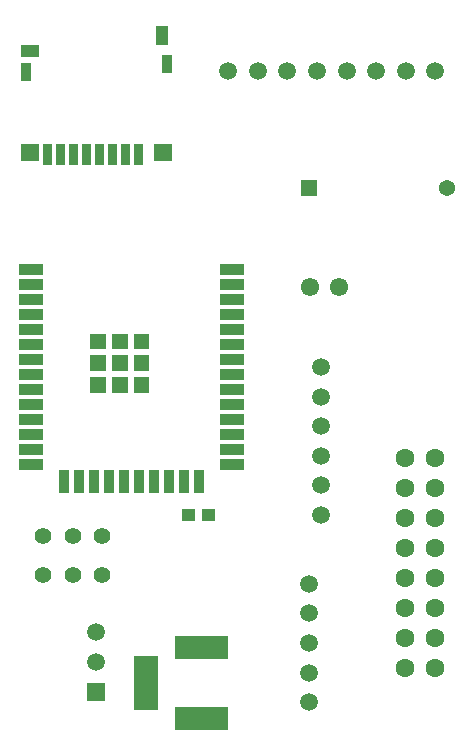
<source format=gbr>
%TF.GenerationSoftware,KiCad,Pcbnew,5.1.7-a382d34a8~88~ubuntu18.04.1*%
%TF.CreationDate,2021-03-14T12:27:23+01:00*%
%TF.ProjectId,bleskomat-v2.1.0,626c6573-6b6f-46d6-9174-2d76322e312e,test*%
%TF.SameCoordinates,Original*%
%TF.FileFunction,Soldermask,Top*%
%TF.FilePolarity,Negative*%
%FSLAX46Y46*%
G04 Gerber Fmt 4.6, Leading zero omitted, Abs format (unit mm)*
G04 Created by KiCad (PCBNEW 5.1.7-a382d34a8~88~ubuntu18.04.1) date 2021-03-14 12:27:23*
%MOMM*%
%LPD*%
G01*
G04 APERTURE LIST*
%ADD10C,1.397102*%
%ADD11C,1.371702*%
%ADD12C,1.508102*%
%ADD13C,1.498702*%
%ADD14C,1.549502*%
%ADD15C,1.600302*%
G04 APERTURE END LIST*
%TO.C,12V DC*%
G36*
G01*
X114589949Y-128048000D02*
X114589949Y-126048000D01*
G75*
G02*
X114590000Y-126047949I51J0D01*
G01*
X119090000Y-126047949D01*
G75*
G02*
X119090051Y-126048000I0J-51D01*
G01*
X119090051Y-128048000D01*
G75*
G02*
X119090000Y-128048051I-51J0D01*
G01*
X114590000Y-128048051D01*
G75*
G02*
X114589949Y-128048000I0J51D01*
G01*
G37*
G36*
G01*
X114589949Y-134048000D02*
X114589949Y-132048000D01*
G75*
G02*
X114590000Y-132047949I51J0D01*
G01*
X119090000Y-132047949D01*
G75*
G02*
X119090051Y-132048000I0J-51D01*
G01*
X119090051Y-134048000D01*
G75*
G02*
X119090000Y-134048051I-51J0D01*
G01*
X114590000Y-134048051D01*
G75*
G02*
X114589949Y-134048000I0J51D01*
G01*
G37*
G36*
G01*
X111139949Y-132298000D02*
X111139949Y-127798000D01*
G75*
G02*
X111140000Y-127797949I51J0D01*
G01*
X113140000Y-127797949D01*
G75*
G02*
X113140051Y-127798000I0J-51D01*
G01*
X113140051Y-132298000D01*
G75*
G02*
X113140000Y-132298051I-51J0D01*
G01*
X111140000Y-132298051D01*
G75*
G02*
X111139949Y-132298000I0J51D01*
G01*
G37*
%TD*%
D10*
%TO.C,U2*%
X108458000Y-120902000D03*
X105958000Y-120902000D03*
X103458000Y-120902000D03*
X103458000Y-117602001D03*
X105958000Y-117602001D03*
X108458000Y-117602001D03*
%TD*%
%TO.C,U1*%
G36*
G01*
X111101760Y-105480681D02*
X111101760Y-104159881D01*
G75*
G02*
X111101811Y-104159830I51J0D01*
G01*
X112422611Y-104159830D01*
G75*
G02*
X112422662Y-104159881I0J-51D01*
G01*
X112422662Y-105480681D01*
G75*
G02*
X112422611Y-105480732I-51J0D01*
G01*
X111101811Y-105480732D01*
G75*
G02*
X111101760Y-105480681I0J51D01*
G01*
G37*
G36*
G01*
X109266759Y-105480681D02*
X109266759Y-104159881D01*
G75*
G02*
X109266810Y-104159830I51J0D01*
G01*
X110587610Y-104159830D01*
G75*
G02*
X110587661Y-104159881I0J-51D01*
G01*
X110587661Y-105480681D01*
G75*
G02*
X110587610Y-105480732I-51J0D01*
G01*
X109266810Y-105480732D01*
G75*
G02*
X109266759Y-105480681I0J51D01*
G01*
G37*
G36*
G01*
X107431759Y-105480681D02*
X107431759Y-104159881D01*
G75*
G02*
X107431810Y-104159830I51J0D01*
G01*
X108752610Y-104159830D01*
G75*
G02*
X108752661Y-104159881I0J-51D01*
G01*
X108752661Y-105480681D01*
G75*
G02*
X108752610Y-105480732I-51J0D01*
G01*
X107431810Y-105480732D01*
G75*
G02*
X107431759Y-105480681I0J51D01*
G01*
G37*
G36*
G01*
X111101760Y-101810681D02*
X111101760Y-100489881D01*
G75*
G02*
X111101811Y-100489830I51J0D01*
G01*
X112422611Y-100489830D01*
G75*
G02*
X112422662Y-100489881I0J-51D01*
G01*
X112422662Y-101810681D01*
G75*
G02*
X112422611Y-101810732I-51J0D01*
G01*
X111101811Y-101810732D01*
G75*
G02*
X111101760Y-101810681I0J51D01*
G01*
G37*
G36*
G01*
X109266759Y-101810681D02*
X109266759Y-100489881D01*
G75*
G02*
X109266810Y-100489830I51J0D01*
G01*
X110587610Y-100489830D01*
G75*
G02*
X110587661Y-100489881I0J-51D01*
G01*
X110587661Y-101810681D01*
G75*
G02*
X110587610Y-101810732I-51J0D01*
G01*
X109266810Y-101810732D01*
G75*
G02*
X109266759Y-101810681I0J51D01*
G01*
G37*
G36*
G01*
X107431759Y-101810681D02*
X107431759Y-100489881D01*
G75*
G02*
X107431810Y-100489830I51J0D01*
G01*
X108752610Y-100489830D01*
G75*
G02*
X108752661Y-100489881I0J-51D01*
G01*
X108752661Y-101810681D01*
G75*
G02*
X108752610Y-101810732I-51J0D01*
G01*
X107431810Y-101810732D01*
G75*
G02*
X107431759Y-101810681I0J51D01*
G01*
G37*
G36*
G01*
X111101760Y-103645681D02*
X111101760Y-102324881D01*
G75*
G02*
X111101811Y-102324830I51J0D01*
G01*
X112422611Y-102324830D01*
G75*
G02*
X112422662Y-102324881I0J-51D01*
G01*
X112422662Y-103645681D01*
G75*
G02*
X112422611Y-103645732I-51J0D01*
G01*
X111101811Y-103645732D01*
G75*
G02*
X111101760Y-103645681I0J51D01*
G01*
G37*
G36*
G01*
X109266759Y-103645681D02*
X109266759Y-102324881D01*
G75*
G02*
X109266810Y-102324830I51J0D01*
G01*
X110587610Y-102324830D01*
G75*
G02*
X110587661Y-102324881I0J-51D01*
G01*
X110587661Y-103645681D01*
G75*
G02*
X110587610Y-103645732I-51J0D01*
G01*
X109266810Y-103645732D01*
G75*
G02*
X109266759Y-103645681I0J51D01*
G01*
G37*
G36*
G01*
X107431759Y-103645681D02*
X107431759Y-102324881D01*
G75*
G02*
X107431810Y-102324830I51J0D01*
G01*
X108752610Y-102324830D01*
G75*
G02*
X108752661Y-102324881I0J-51D01*
G01*
X108752661Y-103645681D01*
G75*
G02*
X108752610Y-103645732I-51J0D01*
G01*
X107431810Y-103645732D01*
G75*
G02*
X107431759Y-103645681I0J51D01*
G01*
G37*
G36*
G01*
X116201950Y-113995800D02*
X116201950Y-111989200D01*
G75*
G02*
X116202001Y-111989149I51J0D01*
G01*
X117091001Y-111989149D01*
G75*
G02*
X117091052Y-111989200I0J-51D01*
G01*
X117091052Y-113995800D01*
G75*
G02*
X117091001Y-113995851I-51J0D01*
G01*
X116202001Y-113995851D01*
G75*
G02*
X116201950Y-113995800I0J51D01*
G01*
G37*
G36*
G01*
X114931950Y-113995800D02*
X114931950Y-111989200D01*
G75*
G02*
X114932001Y-111989149I51J0D01*
G01*
X115821001Y-111989149D01*
G75*
G02*
X115821052Y-111989200I0J-51D01*
G01*
X115821052Y-113995800D01*
G75*
G02*
X115821001Y-113995851I-51J0D01*
G01*
X114932001Y-113995851D01*
G75*
G02*
X114931950Y-113995800I0J51D01*
G01*
G37*
G36*
G01*
X113661950Y-113995800D02*
X113661950Y-111989200D01*
G75*
G02*
X113662001Y-111989149I51J0D01*
G01*
X114551001Y-111989149D01*
G75*
G02*
X114551052Y-111989200I0J-51D01*
G01*
X114551052Y-113995800D01*
G75*
G02*
X114551001Y-113995851I-51J0D01*
G01*
X113662001Y-113995851D01*
G75*
G02*
X113661950Y-113995800I0J51D01*
G01*
G37*
G36*
G01*
X112391950Y-113995800D02*
X112391950Y-111989200D01*
G75*
G02*
X112392001Y-111989149I51J0D01*
G01*
X113281001Y-111989149D01*
G75*
G02*
X113281052Y-111989200I0J-51D01*
G01*
X113281052Y-113995800D01*
G75*
G02*
X113281001Y-113995851I-51J0D01*
G01*
X112392001Y-113995851D01*
G75*
G02*
X112391950Y-113995800I0J51D01*
G01*
G37*
G36*
G01*
X111121950Y-113995800D02*
X111121950Y-111989200D01*
G75*
G02*
X111122001Y-111989149I51J0D01*
G01*
X112011001Y-111989149D01*
G75*
G02*
X112011052Y-111989200I0J-51D01*
G01*
X112011052Y-113995800D01*
G75*
G02*
X112011001Y-113995851I-51J0D01*
G01*
X111122001Y-113995851D01*
G75*
G02*
X111121950Y-113995800I0J51D01*
G01*
G37*
G36*
G01*
X109851950Y-113995800D02*
X109851950Y-111989200D01*
G75*
G02*
X109852001Y-111989149I51J0D01*
G01*
X110741001Y-111989149D01*
G75*
G02*
X110741052Y-111989200I0J-51D01*
G01*
X110741052Y-113995800D01*
G75*
G02*
X110741001Y-113995851I-51J0D01*
G01*
X109852001Y-113995851D01*
G75*
G02*
X109851950Y-113995800I0J51D01*
G01*
G37*
G36*
G01*
X108581950Y-113995800D02*
X108581950Y-111989200D01*
G75*
G02*
X108582001Y-111989149I51J0D01*
G01*
X109471001Y-111989149D01*
G75*
G02*
X109471052Y-111989200I0J-51D01*
G01*
X109471052Y-113995800D01*
G75*
G02*
X109471001Y-113995851I-51J0D01*
G01*
X108582001Y-113995851D01*
G75*
G02*
X108581950Y-113995800I0J51D01*
G01*
G37*
G36*
G01*
X107311950Y-113995800D02*
X107311950Y-111989200D01*
G75*
G02*
X107312001Y-111989149I51J0D01*
G01*
X108201001Y-111989149D01*
G75*
G02*
X108201052Y-111989200I0J-51D01*
G01*
X108201052Y-113995800D01*
G75*
G02*
X108201001Y-113995851I-51J0D01*
G01*
X107312001Y-113995851D01*
G75*
G02*
X107311950Y-113995800I0J51D01*
G01*
G37*
G36*
G01*
X106041950Y-113995800D02*
X106041950Y-111989200D01*
G75*
G02*
X106042001Y-111989149I51J0D01*
G01*
X106931001Y-111989149D01*
G75*
G02*
X106931052Y-111989200I0J-51D01*
G01*
X106931052Y-113995800D01*
G75*
G02*
X106931001Y-113995851I-51J0D01*
G01*
X106042001Y-113995851D01*
G75*
G02*
X106041950Y-113995800I0J51D01*
G01*
G37*
G36*
G01*
X104771950Y-113995800D02*
X104771950Y-111989200D01*
G75*
G02*
X104772001Y-111989149I51J0D01*
G01*
X105661001Y-111989149D01*
G75*
G02*
X105661052Y-111989200I0J-51D01*
G01*
X105661052Y-113995800D01*
G75*
G02*
X105661001Y-113995851I-51J0D01*
G01*
X104772001Y-113995851D01*
G75*
G02*
X104771950Y-113995800I0J51D01*
G01*
G37*
G36*
G01*
X118428151Y-111995804D02*
X118428151Y-111106804D01*
G75*
G02*
X118428202Y-111106753I51J0D01*
G01*
X120434802Y-111106753D01*
G75*
G02*
X120434853Y-111106804I0J-51D01*
G01*
X120434853Y-111995804D01*
G75*
G02*
X120434802Y-111995855I-51J0D01*
G01*
X118428202Y-111995855D01*
G75*
G02*
X118428151Y-111995804I0J51D01*
G01*
G37*
G36*
G01*
X118428151Y-110725804D02*
X118428151Y-109836804D01*
G75*
G02*
X118428202Y-109836753I51J0D01*
G01*
X120434802Y-109836753D01*
G75*
G02*
X120434853Y-109836804I0J-51D01*
G01*
X120434853Y-110725804D01*
G75*
G02*
X120434802Y-110725855I-51J0D01*
G01*
X118428202Y-110725855D01*
G75*
G02*
X118428151Y-110725804I0J51D01*
G01*
G37*
G36*
G01*
X118428151Y-109455804D02*
X118428151Y-108566804D01*
G75*
G02*
X118428202Y-108566753I51J0D01*
G01*
X120434802Y-108566753D01*
G75*
G02*
X120434853Y-108566804I0J-51D01*
G01*
X120434853Y-109455804D01*
G75*
G02*
X120434802Y-109455855I-51J0D01*
G01*
X118428202Y-109455855D01*
G75*
G02*
X118428151Y-109455804I0J51D01*
G01*
G37*
G36*
G01*
X118428151Y-108185804D02*
X118428151Y-107296804D01*
G75*
G02*
X118428202Y-107296753I51J0D01*
G01*
X120434802Y-107296753D01*
G75*
G02*
X120434853Y-107296804I0J-51D01*
G01*
X120434853Y-108185804D01*
G75*
G02*
X120434802Y-108185855I-51J0D01*
G01*
X118428202Y-108185855D01*
G75*
G02*
X118428151Y-108185804I0J51D01*
G01*
G37*
G36*
G01*
X118428151Y-106915804D02*
X118428151Y-106026804D01*
G75*
G02*
X118428202Y-106026753I51J0D01*
G01*
X120434802Y-106026753D01*
G75*
G02*
X120434853Y-106026804I0J-51D01*
G01*
X120434853Y-106915804D01*
G75*
G02*
X120434802Y-106915855I-51J0D01*
G01*
X118428202Y-106915855D01*
G75*
G02*
X118428151Y-106915804I0J51D01*
G01*
G37*
G36*
G01*
X118428151Y-105645804D02*
X118428151Y-104756804D01*
G75*
G02*
X118428202Y-104756753I51J0D01*
G01*
X120434802Y-104756753D01*
G75*
G02*
X120434853Y-104756804I0J-51D01*
G01*
X120434853Y-105645804D01*
G75*
G02*
X120434802Y-105645855I-51J0D01*
G01*
X118428202Y-105645855D01*
G75*
G02*
X118428151Y-105645804I0J51D01*
G01*
G37*
G36*
G01*
X118428151Y-104375804D02*
X118428151Y-103486804D01*
G75*
G02*
X118428202Y-103486753I51J0D01*
G01*
X120434802Y-103486753D01*
G75*
G02*
X120434853Y-103486804I0J-51D01*
G01*
X120434853Y-104375804D01*
G75*
G02*
X120434802Y-104375855I-51J0D01*
G01*
X118428202Y-104375855D01*
G75*
G02*
X118428151Y-104375804I0J51D01*
G01*
G37*
G36*
G01*
X118428151Y-103105804D02*
X118428151Y-102216804D01*
G75*
G02*
X118428202Y-102216753I51J0D01*
G01*
X120434802Y-102216753D01*
G75*
G02*
X120434853Y-102216804I0J-51D01*
G01*
X120434853Y-103105804D01*
G75*
G02*
X120434802Y-103105855I-51J0D01*
G01*
X118428202Y-103105855D01*
G75*
G02*
X118428151Y-103105804I0J51D01*
G01*
G37*
G36*
G01*
X118428151Y-101835804D02*
X118428151Y-100946804D01*
G75*
G02*
X118428202Y-100946753I51J0D01*
G01*
X120434802Y-100946753D01*
G75*
G02*
X120434853Y-100946804I0J-51D01*
G01*
X120434853Y-101835804D01*
G75*
G02*
X120434802Y-101835855I-51J0D01*
G01*
X118428202Y-101835855D01*
G75*
G02*
X118428151Y-101835804I0J51D01*
G01*
G37*
G36*
G01*
X118428151Y-100565804D02*
X118428151Y-99676804D01*
G75*
G02*
X118428202Y-99676753I51J0D01*
G01*
X120434802Y-99676753D01*
G75*
G02*
X120434853Y-99676804I0J-51D01*
G01*
X120434853Y-100565804D01*
G75*
G02*
X120434802Y-100565855I-51J0D01*
G01*
X118428202Y-100565855D01*
G75*
G02*
X118428151Y-100565804I0J51D01*
G01*
G37*
G36*
G01*
X118428151Y-99295804D02*
X118428151Y-98406804D01*
G75*
G02*
X118428202Y-98406753I51J0D01*
G01*
X120434802Y-98406753D01*
G75*
G02*
X120434853Y-98406804I0J-51D01*
G01*
X120434853Y-99295804D01*
G75*
G02*
X120434802Y-99295855I-51J0D01*
G01*
X118428202Y-99295855D01*
G75*
G02*
X118428151Y-99295804I0J51D01*
G01*
G37*
G36*
G01*
X118428151Y-98025804D02*
X118428151Y-97136804D01*
G75*
G02*
X118428202Y-97136753I51J0D01*
G01*
X120434802Y-97136753D01*
G75*
G02*
X120434853Y-97136804I0J-51D01*
G01*
X120434853Y-98025804D01*
G75*
G02*
X120434802Y-98025855I-51J0D01*
G01*
X118428202Y-98025855D01*
G75*
G02*
X118428151Y-98025804I0J51D01*
G01*
G37*
G36*
G01*
X118428151Y-96755804D02*
X118428151Y-95866804D01*
G75*
G02*
X118428202Y-95866753I51J0D01*
G01*
X120434802Y-95866753D01*
G75*
G02*
X120434853Y-95866804I0J-51D01*
G01*
X120434853Y-96755804D01*
G75*
G02*
X120434802Y-96755855I-51J0D01*
G01*
X118428202Y-96755855D01*
G75*
G02*
X118428151Y-96755804I0J51D01*
G01*
G37*
G36*
G01*
X118428151Y-95485804D02*
X118428151Y-94596804D01*
G75*
G02*
X118428202Y-94596753I51J0D01*
G01*
X120434802Y-94596753D01*
G75*
G02*
X120434853Y-94596804I0J-51D01*
G01*
X120434853Y-95485804D01*
G75*
G02*
X120434802Y-95485855I-51J0D01*
G01*
X118428202Y-95485855D01*
G75*
G02*
X118428151Y-95485804I0J51D01*
G01*
G37*
G36*
G01*
X101428149Y-111995804D02*
X101428149Y-111106804D01*
G75*
G02*
X101428200Y-111106753I51J0D01*
G01*
X103434800Y-111106753D01*
G75*
G02*
X103434851Y-111106804I0J-51D01*
G01*
X103434851Y-111995804D01*
G75*
G02*
X103434800Y-111995855I-51J0D01*
G01*
X101428200Y-111995855D01*
G75*
G02*
X101428149Y-111995804I0J51D01*
G01*
G37*
G36*
G01*
X101428149Y-110725804D02*
X101428149Y-109836804D01*
G75*
G02*
X101428200Y-109836753I51J0D01*
G01*
X103434800Y-109836753D01*
G75*
G02*
X103434851Y-109836804I0J-51D01*
G01*
X103434851Y-110725804D01*
G75*
G02*
X103434800Y-110725855I-51J0D01*
G01*
X101428200Y-110725855D01*
G75*
G02*
X101428149Y-110725804I0J51D01*
G01*
G37*
G36*
G01*
X101428149Y-109455804D02*
X101428149Y-108566804D01*
G75*
G02*
X101428200Y-108566753I51J0D01*
G01*
X103434800Y-108566753D01*
G75*
G02*
X103434851Y-108566804I0J-51D01*
G01*
X103434851Y-109455804D01*
G75*
G02*
X103434800Y-109455855I-51J0D01*
G01*
X101428200Y-109455855D01*
G75*
G02*
X101428149Y-109455804I0J51D01*
G01*
G37*
G36*
G01*
X101428149Y-108185804D02*
X101428149Y-107296804D01*
G75*
G02*
X101428200Y-107296753I51J0D01*
G01*
X103434800Y-107296753D01*
G75*
G02*
X103434851Y-107296804I0J-51D01*
G01*
X103434851Y-108185804D01*
G75*
G02*
X103434800Y-108185855I-51J0D01*
G01*
X101428200Y-108185855D01*
G75*
G02*
X101428149Y-108185804I0J51D01*
G01*
G37*
G36*
G01*
X101428149Y-106915804D02*
X101428149Y-106026804D01*
G75*
G02*
X101428200Y-106026753I51J0D01*
G01*
X103434800Y-106026753D01*
G75*
G02*
X103434851Y-106026804I0J-51D01*
G01*
X103434851Y-106915804D01*
G75*
G02*
X103434800Y-106915855I-51J0D01*
G01*
X101428200Y-106915855D01*
G75*
G02*
X101428149Y-106915804I0J51D01*
G01*
G37*
G36*
G01*
X101428149Y-105645804D02*
X101428149Y-104756804D01*
G75*
G02*
X101428200Y-104756753I51J0D01*
G01*
X103434800Y-104756753D01*
G75*
G02*
X103434851Y-104756804I0J-51D01*
G01*
X103434851Y-105645804D01*
G75*
G02*
X103434800Y-105645855I-51J0D01*
G01*
X101428200Y-105645855D01*
G75*
G02*
X101428149Y-105645804I0J51D01*
G01*
G37*
G36*
G01*
X101428149Y-104375804D02*
X101428149Y-103486804D01*
G75*
G02*
X101428200Y-103486753I51J0D01*
G01*
X103434800Y-103486753D01*
G75*
G02*
X103434851Y-103486804I0J-51D01*
G01*
X103434851Y-104375804D01*
G75*
G02*
X103434800Y-104375855I-51J0D01*
G01*
X101428200Y-104375855D01*
G75*
G02*
X101428149Y-104375804I0J51D01*
G01*
G37*
G36*
G01*
X101428149Y-103105804D02*
X101428149Y-102216804D01*
G75*
G02*
X101428200Y-102216753I51J0D01*
G01*
X103434800Y-102216753D01*
G75*
G02*
X103434851Y-102216804I0J-51D01*
G01*
X103434851Y-103105804D01*
G75*
G02*
X103434800Y-103105855I-51J0D01*
G01*
X101428200Y-103105855D01*
G75*
G02*
X101428149Y-103105804I0J51D01*
G01*
G37*
G36*
G01*
X101428149Y-101835804D02*
X101428149Y-100946804D01*
G75*
G02*
X101428200Y-100946753I51J0D01*
G01*
X103434800Y-100946753D01*
G75*
G02*
X103434851Y-100946804I0J-51D01*
G01*
X103434851Y-101835804D01*
G75*
G02*
X103434800Y-101835855I-51J0D01*
G01*
X101428200Y-101835855D01*
G75*
G02*
X101428149Y-101835804I0J51D01*
G01*
G37*
G36*
G01*
X101428149Y-100565804D02*
X101428149Y-99676804D01*
G75*
G02*
X101428200Y-99676753I51J0D01*
G01*
X103434800Y-99676753D01*
G75*
G02*
X103434851Y-99676804I0J-51D01*
G01*
X103434851Y-100565804D01*
G75*
G02*
X103434800Y-100565855I-51J0D01*
G01*
X101428200Y-100565855D01*
G75*
G02*
X101428149Y-100565804I0J51D01*
G01*
G37*
G36*
G01*
X101428149Y-99295804D02*
X101428149Y-98406804D01*
G75*
G02*
X101428200Y-98406753I51J0D01*
G01*
X103434800Y-98406753D01*
G75*
G02*
X103434851Y-98406804I0J-51D01*
G01*
X103434851Y-99295804D01*
G75*
G02*
X103434800Y-99295855I-51J0D01*
G01*
X101428200Y-99295855D01*
G75*
G02*
X101428149Y-99295804I0J51D01*
G01*
G37*
G36*
G01*
X101428149Y-98025804D02*
X101428149Y-97136804D01*
G75*
G02*
X101428200Y-97136753I51J0D01*
G01*
X103434800Y-97136753D01*
G75*
G02*
X103434851Y-97136804I0J-51D01*
G01*
X103434851Y-98025804D01*
G75*
G02*
X103434800Y-98025855I-51J0D01*
G01*
X101428200Y-98025855D01*
G75*
G02*
X101428149Y-98025804I0J51D01*
G01*
G37*
G36*
G01*
X101428149Y-96755804D02*
X101428149Y-95866804D01*
G75*
G02*
X101428200Y-95866753I51J0D01*
G01*
X103434800Y-95866753D01*
G75*
G02*
X103434851Y-95866804I0J-51D01*
G01*
X103434851Y-96755804D01*
G75*
G02*
X103434800Y-96755855I-51J0D01*
G01*
X101428200Y-96755855D01*
G75*
G02*
X101428149Y-96755804I0J51D01*
G01*
G37*
G36*
G01*
X101428149Y-95485804D02*
X101428149Y-94596804D01*
G75*
G02*
X101428200Y-94596753I51J0D01*
G01*
X103434800Y-94596753D01*
G75*
G02*
X103434851Y-94596804I0J-51D01*
G01*
X103434851Y-95485804D01*
G75*
G02*
X103434800Y-95485855I-51J0D01*
G01*
X101428200Y-95485855D01*
G75*
G02*
X101428149Y-95485804I0J51D01*
G01*
G37*
%TD*%
D11*
%TO.C,R1*%
X137668000Y-88138000D03*
G36*
G01*
X125298149Y-88823801D02*
X125298149Y-87452199D01*
G75*
G02*
X125298199Y-87452149I50J0D01*
G01*
X126669801Y-87452149D01*
G75*
G02*
X126669851Y-87452199I0J-50D01*
G01*
X126669851Y-88823801D01*
G75*
G02*
X126669801Y-88823851I-50J0D01*
G01*
X125298199Y-88823851D01*
G75*
G02*
X125298149Y-88823801I0J50D01*
G01*
G37*
%TD*%
D12*
%TO.C,PS1*%
X107914000Y-125730000D03*
X107914000Y-128270000D03*
G36*
G01*
X108668000Y-131564051D02*
X107160000Y-131564051D01*
G75*
G02*
X107159949Y-131564000I0J51D01*
G01*
X107159949Y-130056000D01*
G75*
G02*
X107160000Y-130055949I51J0D01*
G01*
X108668000Y-130055949D01*
G75*
G02*
X108668051Y-130056000I0J-51D01*
G01*
X108668051Y-131564000D01*
G75*
G02*
X108668000Y-131564051I-51J0D01*
G01*
G37*
%TD*%
D13*
%TO.C,J6*%
X125984000Y-131666488D03*
X125984000Y-129166366D03*
X125984000Y-126666244D03*
X125984000Y-124166122D03*
X125984000Y-121666000D03*
%TD*%
%TO.C,J5*%
G36*
G01*
X112983543Y-76003402D02*
X112983543Y-74454002D01*
G75*
G02*
X112983594Y-74453951I51J0D01*
G01*
X114024994Y-74453951D01*
G75*
G02*
X114025045Y-74454002I0J-51D01*
G01*
X114025045Y-76003402D01*
G75*
G02*
X114024994Y-76003453I-51J0D01*
G01*
X112983594Y-76003453D01*
G75*
G02*
X112983543Y-76003402I0J51D01*
G01*
G37*
G36*
G01*
X101575565Y-77070400D02*
X101575565Y-76029000D01*
G75*
G02*
X101575616Y-76028949I51J0D01*
G01*
X103125016Y-76028949D01*
G75*
G02*
X103125067Y-76029000I0J-51D01*
G01*
X103125067Y-77070400D01*
G75*
G02*
X103125016Y-77070451I-51J0D01*
G01*
X101575616Y-77070451D01*
G75*
G02*
X101575565Y-77070400I0J51D01*
G01*
G37*
G36*
G01*
X114324308Y-78428452D02*
X113486108Y-78428452D01*
G75*
G02*
X113486057Y-78428401I0J51D01*
G01*
X113486057Y-76879001D01*
G75*
G02*
X113486108Y-76878950I51J0D01*
G01*
X114324308Y-76878950D01*
G75*
G02*
X114324359Y-76879001I0J-51D01*
G01*
X114324359Y-78428401D01*
G75*
G02*
X114324308Y-78428452I-51J0D01*
G01*
G37*
G36*
G01*
X102413892Y-79078453D02*
X101575692Y-79078453D01*
G75*
G02*
X101575641Y-79078402I0J51D01*
G01*
X101575641Y-77529002D01*
G75*
G02*
X101575692Y-77528951I51J0D01*
G01*
X102413892Y-77528951D01*
G75*
G02*
X102413943Y-77529002I0J-51D01*
G01*
X102413943Y-79078402D01*
G75*
G02*
X102413892Y-79078453I-51J0D01*
G01*
G37*
G36*
G01*
X114324301Y-85877652D02*
X112825699Y-85877652D01*
G75*
G02*
X112825649Y-85877602I0J50D01*
G01*
X112825649Y-84379000D01*
G75*
G02*
X112825699Y-84378950I50J0D01*
G01*
X114324301Y-84378950D01*
G75*
G02*
X114324351Y-84379000I0J-50D01*
G01*
X114324351Y-85877602D01*
G75*
G02*
X114324301Y-85877652I-50J0D01*
G01*
G37*
G36*
G01*
X103074301Y-85877652D02*
X101575699Y-85877652D01*
G75*
G02*
X101575649Y-85877602I0J50D01*
G01*
X101575649Y-84379000D01*
G75*
G02*
X101575699Y-84378950I50J0D01*
G01*
X103074301Y-84378950D01*
G75*
G02*
X103074351Y-84379000I0J-50D01*
G01*
X103074351Y-85877602D01*
G75*
G02*
X103074301Y-85877652I-50J0D01*
G01*
G37*
G36*
G01*
X111119661Y-86182401D02*
X111119661Y-84379001D01*
G75*
G02*
X111119712Y-84378950I51J0D01*
G01*
X111881712Y-84378950D01*
G75*
G02*
X111881763Y-84379001I0J-51D01*
G01*
X111881763Y-86182401D01*
G75*
G02*
X111881712Y-86182452I-51J0D01*
G01*
X111119712Y-86182452D01*
G75*
G02*
X111119661Y-86182401I0J51D01*
G01*
G37*
G36*
G01*
X110019660Y-86182401D02*
X110019660Y-84379001D01*
G75*
G02*
X110019711Y-84378950I51J0D01*
G01*
X110781711Y-84378950D01*
G75*
G02*
X110781762Y-84379001I0J-51D01*
G01*
X110781762Y-86182401D01*
G75*
G02*
X110781711Y-86182452I-51J0D01*
G01*
X110019711Y-86182452D01*
G75*
G02*
X110019660Y-86182401I0J51D01*
G01*
G37*
G36*
G01*
X108919660Y-86182401D02*
X108919660Y-84379001D01*
G75*
G02*
X108919711Y-84378950I51J0D01*
G01*
X109681711Y-84378950D01*
G75*
G02*
X109681762Y-84379001I0J-51D01*
G01*
X109681762Y-86182401D01*
G75*
G02*
X109681711Y-86182452I-51J0D01*
G01*
X108919711Y-86182452D01*
G75*
G02*
X108919660Y-86182401I0J51D01*
G01*
G37*
G36*
G01*
X107819660Y-86182401D02*
X107819660Y-84379001D01*
G75*
G02*
X107819711Y-84378950I51J0D01*
G01*
X108581711Y-84378950D01*
G75*
G02*
X108581762Y-84379001I0J-51D01*
G01*
X108581762Y-86182401D01*
G75*
G02*
X108581711Y-86182452I-51J0D01*
G01*
X107819711Y-86182452D01*
G75*
G02*
X107819660Y-86182401I0J51D01*
G01*
G37*
G36*
G01*
X106719662Y-86182401D02*
X106719662Y-84379001D01*
G75*
G02*
X106719713Y-84378950I51J0D01*
G01*
X107481713Y-84378950D01*
G75*
G02*
X107481764Y-84379001I0J-51D01*
G01*
X107481764Y-86182401D01*
G75*
G02*
X107481713Y-86182452I-51J0D01*
G01*
X106719713Y-86182452D01*
G75*
G02*
X106719662Y-86182401I0J51D01*
G01*
G37*
G36*
G01*
X105619662Y-86182401D02*
X105619662Y-84379001D01*
G75*
G02*
X105619713Y-84378950I51J0D01*
G01*
X106381713Y-84378950D01*
G75*
G02*
X106381764Y-84379001I0J-51D01*
G01*
X106381764Y-86182401D01*
G75*
G02*
X106381713Y-86182452I-51J0D01*
G01*
X105619713Y-86182452D01*
G75*
G02*
X105619662Y-86182401I0J51D01*
G01*
G37*
G36*
G01*
X104519661Y-86182401D02*
X104519661Y-84379001D01*
G75*
G02*
X104519712Y-84378950I51J0D01*
G01*
X105281712Y-84378950D01*
G75*
G02*
X105281763Y-84379001I0J-51D01*
G01*
X105281763Y-86182401D01*
G75*
G02*
X105281712Y-86182452I-51J0D01*
G01*
X104519712Y-86182452D01*
G75*
G02*
X104519661Y-86182401I0J51D01*
G01*
G37*
G36*
G01*
X103419661Y-86182401D02*
X103419661Y-84379001D01*
G75*
G02*
X103419712Y-84378950I51J0D01*
G01*
X104181712Y-84378950D01*
G75*
G02*
X104181763Y-84379001I0J-51D01*
G01*
X104181763Y-86182401D01*
G75*
G02*
X104181712Y-86182452I-51J0D01*
G01*
X103419712Y-86182452D01*
G75*
G02*
X103419661Y-86182401I0J51D01*
G01*
G37*
%TD*%
D14*
%TO.C,J4*%
X126024000Y-96520000D03*
X128524000Y-96520000D03*
%TD*%
D15*
%TO.C,J3*%
X136652000Y-128778000D03*
X134112000Y-128778000D03*
X136652000Y-126238000D03*
X134112000Y-126238000D03*
X136652000Y-123698000D03*
X134112000Y-123698000D03*
X136652000Y-121158000D03*
X134112000Y-121158000D03*
X136652000Y-118618000D03*
X134112000Y-118618000D03*
X136652000Y-116078000D03*
X134112000Y-116078000D03*
X136652000Y-113538000D03*
X134112000Y-113538000D03*
X136652000Y-110998000D03*
X134112000Y-110998000D03*
%TD*%
D13*
%TO.C,J2*%
X136626000Y-78232000D03*
X134126000Y-78232000D03*
X131626000Y-78232000D03*
X129126000Y-78232000D03*
X126626000Y-78232000D03*
X124126000Y-78232000D03*
X121626000Y-78232000D03*
X119126000Y-78232000D03*
%TD*%
%TO.C,J1*%
X127000000Y-103324002D03*
X127000000Y-105824000D03*
X127000000Y-108324000D03*
X127000000Y-110824000D03*
X127000000Y-113324000D03*
X127000000Y-115824000D03*
%TD*%
%TO.C,D1*%
G36*
G01*
X116885949Y-116324000D02*
X116885949Y-115324000D01*
G75*
G02*
X116886000Y-115323949I51J0D01*
G01*
X117986000Y-115323949D01*
G75*
G02*
X117986051Y-115324000I0J-51D01*
G01*
X117986051Y-116324000D01*
G75*
G02*
X117986000Y-116324051I-51J0D01*
G01*
X116886000Y-116324051D01*
G75*
G02*
X116885949Y-116324000I0J51D01*
G01*
G37*
G36*
G01*
X115185949Y-116324000D02*
X115185949Y-115324000D01*
G75*
G02*
X115186000Y-115323949I51J0D01*
G01*
X116286000Y-115323949D01*
G75*
G02*
X116286051Y-115324000I0J-51D01*
G01*
X116286051Y-116324000D01*
G75*
G02*
X116286000Y-116324051I-51J0D01*
G01*
X115186000Y-116324051D01*
G75*
G02*
X115185949Y-116324000I0J51D01*
G01*
G37*
%TD*%
M02*

</source>
